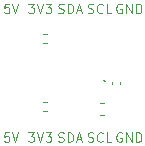
<source format=gbr>
%TF.GenerationSoftware,KiCad,Pcbnew,9.0.2*%
%TF.CreationDate,2025-11-02T17:25:33-06:00*%
%TF.ProjectId,just proximity actually,6a757374-2070-4726-9f78-696d69747920,rev?*%
%TF.SameCoordinates,Original*%
%TF.FileFunction,Legend,Top*%
%TF.FilePolarity,Positive*%
%FSLAX46Y46*%
G04 Gerber Fmt 4.6, Leading zero omitted, Abs format (unit mm)*
G04 Created by KiCad (PCBNEW 9.0.2) date 2025-11-02 17:25:33*
%MOMM*%
%LPD*%
G01*
G04 APERTURE LIST*
%ADD10C,0.100000*%
%ADD11C,0.120000*%
G04 APERTURE END LIST*
D10*
X116237217Y-99696895D02*
X115856265Y-99696895D01*
X115856265Y-99696895D02*
X115818169Y-100077847D01*
X115818169Y-100077847D02*
X115856265Y-100039752D01*
X115856265Y-100039752D02*
X115932455Y-100001657D01*
X115932455Y-100001657D02*
X116122931Y-100001657D01*
X116122931Y-100001657D02*
X116199122Y-100039752D01*
X116199122Y-100039752D02*
X116237217Y-100077847D01*
X116237217Y-100077847D02*
X116275312Y-100154038D01*
X116275312Y-100154038D02*
X116275312Y-100344514D01*
X116275312Y-100344514D02*
X116237217Y-100420704D01*
X116237217Y-100420704D02*
X116199122Y-100458800D01*
X116199122Y-100458800D02*
X116122931Y-100496895D01*
X116122931Y-100496895D02*
X115932455Y-100496895D01*
X115932455Y-100496895D02*
X115856265Y-100458800D01*
X115856265Y-100458800D02*
X115818169Y-100420704D01*
X116503884Y-99696895D02*
X116770551Y-100496895D01*
X116770551Y-100496895D02*
X117037217Y-99696895D01*
X117880074Y-99696895D02*
X118375312Y-99696895D01*
X118375312Y-99696895D02*
X118108646Y-100001657D01*
X118108646Y-100001657D02*
X118222931Y-100001657D01*
X118222931Y-100001657D02*
X118299122Y-100039752D01*
X118299122Y-100039752D02*
X118337217Y-100077847D01*
X118337217Y-100077847D02*
X118375312Y-100154038D01*
X118375312Y-100154038D02*
X118375312Y-100344514D01*
X118375312Y-100344514D02*
X118337217Y-100420704D01*
X118337217Y-100420704D02*
X118299122Y-100458800D01*
X118299122Y-100458800D02*
X118222931Y-100496895D01*
X118222931Y-100496895D02*
X117994360Y-100496895D01*
X117994360Y-100496895D02*
X117918169Y-100458800D01*
X117918169Y-100458800D02*
X117880074Y-100420704D01*
X118603884Y-99696895D02*
X118870551Y-100496895D01*
X118870551Y-100496895D02*
X119137217Y-99696895D01*
X119327693Y-99696895D02*
X119822931Y-99696895D01*
X119822931Y-99696895D02*
X119556265Y-100001657D01*
X119556265Y-100001657D02*
X119670550Y-100001657D01*
X119670550Y-100001657D02*
X119746741Y-100039752D01*
X119746741Y-100039752D02*
X119784836Y-100077847D01*
X119784836Y-100077847D02*
X119822931Y-100154038D01*
X119822931Y-100154038D02*
X119822931Y-100344514D01*
X119822931Y-100344514D02*
X119784836Y-100420704D01*
X119784836Y-100420704D02*
X119746741Y-100458800D01*
X119746741Y-100458800D02*
X119670550Y-100496895D01*
X119670550Y-100496895D02*
X119441979Y-100496895D01*
X119441979Y-100496895D02*
X119365788Y-100458800D01*
X119365788Y-100458800D02*
X119327693Y-100420704D01*
X120418169Y-100458800D02*
X120532455Y-100496895D01*
X120532455Y-100496895D02*
X120722931Y-100496895D01*
X120722931Y-100496895D02*
X120799122Y-100458800D01*
X120799122Y-100458800D02*
X120837217Y-100420704D01*
X120837217Y-100420704D02*
X120875312Y-100344514D01*
X120875312Y-100344514D02*
X120875312Y-100268323D01*
X120875312Y-100268323D02*
X120837217Y-100192133D01*
X120837217Y-100192133D02*
X120799122Y-100154038D01*
X120799122Y-100154038D02*
X120722931Y-100115942D01*
X120722931Y-100115942D02*
X120570550Y-100077847D01*
X120570550Y-100077847D02*
X120494360Y-100039752D01*
X120494360Y-100039752D02*
X120456265Y-100001657D01*
X120456265Y-100001657D02*
X120418169Y-99925466D01*
X120418169Y-99925466D02*
X120418169Y-99849276D01*
X120418169Y-99849276D02*
X120456265Y-99773085D01*
X120456265Y-99773085D02*
X120494360Y-99734990D01*
X120494360Y-99734990D02*
X120570550Y-99696895D01*
X120570550Y-99696895D02*
X120761027Y-99696895D01*
X120761027Y-99696895D02*
X120875312Y-99734990D01*
X121218170Y-100496895D02*
X121218170Y-99696895D01*
X121218170Y-99696895D02*
X121408646Y-99696895D01*
X121408646Y-99696895D02*
X121522932Y-99734990D01*
X121522932Y-99734990D02*
X121599122Y-99811180D01*
X121599122Y-99811180D02*
X121637217Y-99887371D01*
X121637217Y-99887371D02*
X121675313Y-100039752D01*
X121675313Y-100039752D02*
X121675313Y-100154038D01*
X121675313Y-100154038D02*
X121637217Y-100306419D01*
X121637217Y-100306419D02*
X121599122Y-100382609D01*
X121599122Y-100382609D02*
X121522932Y-100458800D01*
X121522932Y-100458800D02*
X121408646Y-100496895D01*
X121408646Y-100496895D02*
X121218170Y-100496895D01*
X121980074Y-100268323D02*
X122361027Y-100268323D01*
X121903884Y-100496895D02*
X122170551Y-99696895D01*
X122170551Y-99696895D02*
X122437217Y-100496895D01*
X125775312Y-88834990D02*
X125699122Y-88796895D01*
X125699122Y-88796895D02*
X125584836Y-88796895D01*
X125584836Y-88796895D02*
X125470550Y-88834990D01*
X125470550Y-88834990D02*
X125394360Y-88911180D01*
X125394360Y-88911180D02*
X125356265Y-88987371D01*
X125356265Y-88987371D02*
X125318169Y-89139752D01*
X125318169Y-89139752D02*
X125318169Y-89254038D01*
X125318169Y-89254038D02*
X125356265Y-89406419D01*
X125356265Y-89406419D02*
X125394360Y-89482609D01*
X125394360Y-89482609D02*
X125470550Y-89558800D01*
X125470550Y-89558800D02*
X125584836Y-89596895D01*
X125584836Y-89596895D02*
X125661027Y-89596895D01*
X125661027Y-89596895D02*
X125775312Y-89558800D01*
X125775312Y-89558800D02*
X125813408Y-89520704D01*
X125813408Y-89520704D02*
X125813408Y-89254038D01*
X125813408Y-89254038D02*
X125661027Y-89254038D01*
X126156265Y-89596895D02*
X126156265Y-88796895D01*
X126156265Y-88796895D02*
X126613408Y-89596895D01*
X126613408Y-89596895D02*
X126613408Y-88796895D01*
X126994360Y-89596895D02*
X126994360Y-88796895D01*
X126994360Y-88796895D02*
X127184836Y-88796895D01*
X127184836Y-88796895D02*
X127299122Y-88834990D01*
X127299122Y-88834990D02*
X127375312Y-88911180D01*
X127375312Y-88911180D02*
X127413407Y-88987371D01*
X127413407Y-88987371D02*
X127451503Y-89139752D01*
X127451503Y-89139752D02*
X127451503Y-89254038D01*
X127451503Y-89254038D02*
X127413407Y-89406419D01*
X127413407Y-89406419D02*
X127375312Y-89482609D01*
X127375312Y-89482609D02*
X127299122Y-89558800D01*
X127299122Y-89558800D02*
X127184836Y-89596895D01*
X127184836Y-89596895D02*
X126994360Y-89596895D01*
X120418169Y-89558800D02*
X120532455Y-89596895D01*
X120532455Y-89596895D02*
X120722931Y-89596895D01*
X120722931Y-89596895D02*
X120799122Y-89558800D01*
X120799122Y-89558800D02*
X120837217Y-89520704D01*
X120837217Y-89520704D02*
X120875312Y-89444514D01*
X120875312Y-89444514D02*
X120875312Y-89368323D01*
X120875312Y-89368323D02*
X120837217Y-89292133D01*
X120837217Y-89292133D02*
X120799122Y-89254038D01*
X120799122Y-89254038D02*
X120722931Y-89215942D01*
X120722931Y-89215942D02*
X120570550Y-89177847D01*
X120570550Y-89177847D02*
X120494360Y-89139752D01*
X120494360Y-89139752D02*
X120456265Y-89101657D01*
X120456265Y-89101657D02*
X120418169Y-89025466D01*
X120418169Y-89025466D02*
X120418169Y-88949276D01*
X120418169Y-88949276D02*
X120456265Y-88873085D01*
X120456265Y-88873085D02*
X120494360Y-88834990D01*
X120494360Y-88834990D02*
X120570550Y-88796895D01*
X120570550Y-88796895D02*
X120761027Y-88796895D01*
X120761027Y-88796895D02*
X120875312Y-88834990D01*
X121218170Y-89596895D02*
X121218170Y-88796895D01*
X121218170Y-88796895D02*
X121408646Y-88796895D01*
X121408646Y-88796895D02*
X121522932Y-88834990D01*
X121522932Y-88834990D02*
X121599122Y-88911180D01*
X121599122Y-88911180D02*
X121637217Y-88987371D01*
X121637217Y-88987371D02*
X121675313Y-89139752D01*
X121675313Y-89139752D02*
X121675313Y-89254038D01*
X121675313Y-89254038D02*
X121637217Y-89406419D01*
X121637217Y-89406419D02*
X121599122Y-89482609D01*
X121599122Y-89482609D02*
X121522932Y-89558800D01*
X121522932Y-89558800D02*
X121408646Y-89596895D01*
X121408646Y-89596895D02*
X121218170Y-89596895D01*
X121980074Y-89368323D02*
X122361027Y-89368323D01*
X121903884Y-89596895D02*
X122170551Y-88796895D01*
X122170551Y-88796895D02*
X122437217Y-89596895D01*
X125775312Y-99734990D02*
X125699122Y-99696895D01*
X125699122Y-99696895D02*
X125584836Y-99696895D01*
X125584836Y-99696895D02*
X125470550Y-99734990D01*
X125470550Y-99734990D02*
X125394360Y-99811180D01*
X125394360Y-99811180D02*
X125356265Y-99887371D01*
X125356265Y-99887371D02*
X125318169Y-100039752D01*
X125318169Y-100039752D02*
X125318169Y-100154038D01*
X125318169Y-100154038D02*
X125356265Y-100306419D01*
X125356265Y-100306419D02*
X125394360Y-100382609D01*
X125394360Y-100382609D02*
X125470550Y-100458800D01*
X125470550Y-100458800D02*
X125584836Y-100496895D01*
X125584836Y-100496895D02*
X125661027Y-100496895D01*
X125661027Y-100496895D02*
X125775312Y-100458800D01*
X125775312Y-100458800D02*
X125813408Y-100420704D01*
X125813408Y-100420704D02*
X125813408Y-100154038D01*
X125813408Y-100154038D02*
X125661027Y-100154038D01*
X126156265Y-100496895D02*
X126156265Y-99696895D01*
X126156265Y-99696895D02*
X126613408Y-100496895D01*
X126613408Y-100496895D02*
X126613408Y-99696895D01*
X126994360Y-100496895D02*
X126994360Y-99696895D01*
X126994360Y-99696895D02*
X127184836Y-99696895D01*
X127184836Y-99696895D02*
X127299122Y-99734990D01*
X127299122Y-99734990D02*
X127375312Y-99811180D01*
X127375312Y-99811180D02*
X127413407Y-99887371D01*
X127413407Y-99887371D02*
X127451503Y-100039752D01*
X127451503Y-100039752D02*
X127451503Y-100154038D01*
X127451503Y-100154038D02*
X127413407Y-100306419D01*
X127413407Y-100306419D02*
X127375312Y-100382609D01*
X127375312Y-100382609D02*
X127299122Y-100458800D01*
X127299122Y-100458800D02*
X127184836Y-100496895D01*
X127184836Y-100496895D02*
X126994360Y-100496895D01*
X122918169Y-89558800D02*
X123032455Y-89596895D01*
X123032455Y-89596895D02*
X123222931Y-89596895D01*
X123222931Y-89596895D02*
X123299122Y-89558800D01*
X123299122Y-89558800D02*
X123337217Y-89520704D01*
X123337217Y-89520704D02*
X123375312Y-89444514D01*
X123375312Y-89444514D02*
X123375312Y-89368323D01*
X123375312Y-89368323D02*
X123337217Y-89292133D01*
X123337217Y-89292133D02*
X123299122Y-89254038D01*
X123299122Y-89254038D02*
X123222931Y-89215942D01*
X123222931Y-89215942D02*
X123070550Y-89177847D01*
X123070550Y-89177847D02*
X122994360Y-89139752D01*
X122994360Y-89139752D02*
X122956265Y-89101657D01*
X122956265Y-89101657D02*
X122918169Y-89025466D01*
X122918169Y-89025466D02*
X122918169Y-88949276D01*
X122918169Y-88949276D02*
X122956265Y-88873085D01*
X122956265Y-88873085D02*
X122994360Y-88834990D01*
X122994360Y-88834990D02*
X123070550Y-88796895D01*
X123070550Y-88796895D02*
X123261027Y-88796895D01*
X123261027Y-88796895D02*
X123375312Y-88834990D01*
X124175313Y-89520704D02*
X124137217Y-89558800D01*
X124137217Y-89558800D02*
X124022932Y-89596895D01*
X124022932Y-89596895D02*
X123946741Y-89596895D01*
X123946741Y-89596895D02*
X123832455Y-89558800D01*
X123832455Y-89558800D02*
X123756265Y-89482609D01*
X123756265Y-89482609D02*
X123718170Y-89406419D01*
X123718170Y-89406419D02*
X123680074Y-89254038D01*
X123680074Y-89254038D02*
X123680074Y-89139752D01*
X123680074Y-89139752D02*
X123718170Y-88987371D01*
X123718170Y-88987371D02*
X123756265Y-88911180D01*
X123756265Y-88911180D02*
X123832455Y-88834990D01*
X123832455Y-88834990D02*
X123946741Y-88796895D01*
X123946741Y-88796895D02*
X124022932Y-88796895D01*
X124022932Y-88796895D02*
X124137217Y-88834990D01*
X124137217Y-88834990D02*
X124175313Y-88873085D01*
X124899122Y-89596895D02*
X124518170Y-89596895D01*
X124518170Y-89596895D02*
X124518170Y-88796895D01*
X116237217Y-88796895D02*
X115856265Y-88796895D01*
X115856265Y-88796895D02*
X115818169Y-89177847D01*
X115818169Y-89177847D02*
X115856265Y-89139752D01*
X115856265Y-89139752D02*
X115932455Y-89101657D01*
X115932455Y-89101657D02*
X116122931Y-89101657D01*
X116122931Y-89101657D02*
X116199122Y-89139752D01*
X116199122Y-89139752D02*
X116237217Y-89177847D01*
X116237217Y-89177847D02*
X116275312Y-89254038D01*
X116275312Y-89254038D02*
X116275312Y-89444514D01*
X116275312Y-89444514D02*
X116237217Y-89520704D01*
X116237217Y-89520704D02*
X116199122Y-89558800D01*
X116199122Y-89558800D02*
X116122931Y-89596895D01*
X116122931Y-89596895D02*
X115932455Y-89596895D01*
X115932455Y-89596895D02*
X115856265Y-89558800D01*
X115856265Y-89558800D02*
X115818169Y-89520704D01*
X116503884Y-88796895D02*
X116770551Y-89596895D01*
X116770551Y-89596895D02*
X117037217Y-88796895D01*
X122918169Y-100458800D02*
X123032455Y-100496895D01*
X123032455Y-100496895D02*
X123222931Y-100496895D01*
X123222931Y-100496895D02*
X123299122Y-100458800D01*
X123299122Y-100458800D02*
X123337217Y-100420704D01*
X123337217Y-100420704D02*
X123375312Y-100344514D01*
X123375312Y-100344514D02*
X123375312Y-100268323D01*
X123375312Y-100268323D02*
X123337217Y-100192133D01*
X123337217Y-100192133D02*
X123299122Y-100154038D01*
X123299122Y-100154038D02*
X123222931Y-100115942D01*
X123222931Y-100115942D02*
X123070550Y-100077847D01*
X123070550Y-100077847D02*
X122994360Y-100039752D01*
X122994360Y-100039752D02*
X122956265Y-100001657D01*
X122956265Y-100001657D02*
X122918169Y-99925466D01*
X122918169Y-99925466D02*
X122918169Y-99849276D01*
X122918169Y-99849276D02*
X122956265Y-99773085D01*
X122956265Y-99773085D02*
X122994360Y-99734990D01*
X122994360Y-99734990D02*
X123070550Y-99696895D01*
X123070550Y-99696895D02*
X123261027Y-99696895D01*
X123261027Y-99696895D02*
X123375312Y-99734990D01*
X124175313Y-100420704D02*
X124137217Y-100458800D01*
X124137217Y-100458800D02*
X124022932Y-100496895D01*
X124022932Y-100496895D02*
X123946741Y-100496895D01*
X123946741Y-100496895D02*
X123832455Y-100458800D01*
X123832455Y-100458800D02*
X123756265Y-100382609D01*
X123756265Y-100382609D02*
X123718170Y-100306419D01*
X123718170Y-100306419D02*
X123680074Y-100154038D01*
X123680074Y-100154038D02*
X123680074Y-100039752D01*
X123680074Y-100039752D02*
X123718170Y-99887371D01*
X123718170Y-99887371D02*
X123756265Y-99811180D01*
X123756265Y-99811180D02*
X123832455Y-99734990D01*
X123832455Y-99734990D02*
X123946741Y-99696895D01*
X123946741Y-99696895D02*
X124022932Y-99696895D01*
X124022932Y-99696895D02*
X124137217Y-99734990D01*
X124137217Y-99734990D02*
X124175313Y-99773085D01*
X124899122Y-100496895D02*
X124518170Y-100496895D01*
X124518170Y-100496895D02*
X124518170Y-99696895D01*
X117880074Y-88796895D02*
X118375312Y-88796895D01*
X118375312Y-88796895D02*
X118108646Y-89101657D01*
X118108646Y-89101657D02*
X118222931Y-89101657D01*
X118222931Y-89101657D02*
X118299122Y-89139752D01*
X118299122Y-89139752D02*
X118337217Y-89177847D01*
X118337217Y-89177847D02*
X118375312Y-89254038D01*
X118375312Y-89254038D02*
X118375312Y-89444514D01*
X118375312Y-89444514D02*
X118337217Y-89520704D01*
X118337217Y-89520704D02*
X118299122Y-89558800D01*
X118299122Y-89558800D02*
X118222931Y-89596895D01*
X118222931Y-89596895D02*
X117994360Y-89596895D01*
X117994360Y-89596895D02*
X117918169Y-89558800D01*
X117918169Y-89558800D02*
X117880074Y-89520704D01*
X118603884Y-88796895D02*
X118870551Y-89596895D01*
X118870551Y-89596895D02*
X119137217Y-88796895D01*
X119327693Y-88796895D02*
X119822931Y-88796895D01*
X119822931Y-88796895D02*
X119556265Y-89101657D01*
X119556265Y-89101657D02*
X119670550Y-89101657D01*
X119670550Y-89101657D02*
X119746741Y-89139752D01*
X119746741Y-89139752D02*
X119784836Y-89177847D01*
X119784836Y-89177847D02*
X119822931Y-89254038D01*
X119822931Y-89254038D02*
X119822931Y-89444514D01*
X119822931Y-89444514D02*
X119784836Y-89520704D01*
X119784836Y-89520704D02*
X119746741Y-89558800D01*
X119746741Y-89558800D02*
X119670550Y-89596895D01*
X119670550Y-89596895D02*
X119441979Y-89596895D01*
X119441979Y-89596895D02*
X119365788Y-89558800D01*
X119365788Y-89558800D02*
X119327693Y-89520704D01*
D11*
%TO.C,C11*%
X124940000Y-95615835D02*
X124940000Y-95384165D01*
X125660000Y-95615835D02*
X125660000Y-95384165D01*
%TO.C,C12*%
X123953733Y-97190000D02*
X124246267Y-97190000D01*
X123953733Y-98210000D02*
X124246267Y-98210000D01*
%TO.C,R21*%
X119132379Y-97120000D02*
X119467621Y-97120000D01*
X119132379Y-97880000D02*
X119467621Y-97880000D01*
%TO.C,R20*%
X119467621Y-91320000D02*
X119132379Y-91320000D01*
X119467621Y-92080000D02*
X119132379Y-92080000D01*
D10*
%TO.C,IC1*%
X124260000Y-95300000D02*
X124260000Y-95300000D01*
X124360000Y-95300000D02*
X124360000Y-95300000D01*
X124260000Y-95300000D02*
G75*
G02*
X124360000Y-95300000I50000J0D01*
G01*
X124360000Y-95300000D02*
G75*
G02*
X124260000Y-95300000I-50000J0D01*
G01*
%TD*%
M02*

</source>
